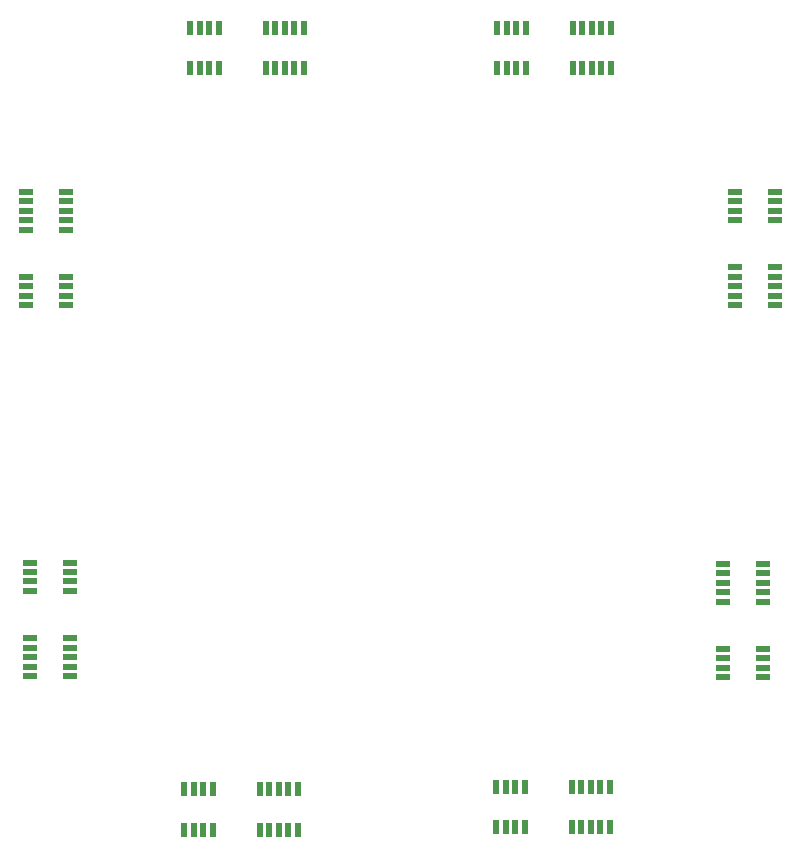
<source format=gbr>
%TF.GenerationSoftware,KiCad,Pcbnew,9.0.2*%
%TF.CreationDate,2025-05-28T10:28:05-07:00*%
%TF.ProjectId,8_Ch_Connector_CAEN_Adapter,385f4368-5f43-46f6-9e6e-6563746f725f,rev?*%
%TF.SameCoordinates,Original*%
%TF.FileFunction,Paste,Top*%
%TF.FilePolarity,Positive*%
%FSLAX46Y46*%
G04 Gerber Fmt 4.6, Leading zero omitted, Abs format (unit mm)*
G04 Created by KiCad (PCBNEW 9.0.2) date 2025-05-28 10:28:05*
%MOMM*%
%LPD*%
G01*
G04 APERTURE LIST*
%ADD10R,0.500000X1.200000*%
%ADD11R,1.200000X0.500000*%
G04 APERTURE END LIST*
D10*
%TO.C,J\u002A\u002A*%
X171100000Y-118000000D03*
X171100000Y-114600000D03*
X171900000Y-118000000D03*
X171900000Y-114600000D03*
X172700000Y-118000000D03*
X172700000Y-114600000D03*
X173500000Y-118000000D03*
X173500000Y-114600000D03*
X177500000Y-118000000D03*
X177500000Y-114600000D03*
X178300000Y-118000000D03*
X178300000Y-114600000D03*
X179100000Y-118000000D03*
X179100000Y-114600000D03*
X179900000Y-118000000D03*
X179900000Y-114600000D03*
X180700000Y-118000000D03*
X180700000Y-114600000D03*
%TD*%
%TO.C,J\u002A\u002A*%
X171200000Y-53700000D03*
X171200000Y-50300000D03*
X172000000Y-53700000D03*
X172000000Y-50300000D03*
X172800000Y-53700000D03*
X172800000Y-50300000D03*
X173600000Y-53700000D03*
X173600000Y-50300000D03*
X177600000Y-53700000D03*
X177600000Y-50300000D03*
X178400000Y-53700000D03*
X178400000Y-50300000D03*
X179200000Y-53700000D03*
X179200000Y-50300000D03*
X180000000Y-53700000D03*
X180000000Y-50300000D03*
X180800000Y-53700000D03*
X180800000Y-50300000D03*
%TD*%
D11*
%TO.C,J\u002A\u002A*%
X134700000Y-73800000D03*
X131300000Y-73800000D03*
X134700000Y-73000000D03*
X131300000Y-73000000D03*
X134700000Y-72200000D03*
X131300000Y-72200000D03*
X134700000Y-71400000D03*
X131300000Y-71400000D03*
X134700000Y-67400000D03*
X131300000Y-67400000D03*
X134700000Y-66600000D03*
X131300000Y-66600000D03*
X134700000Y-65800000D03*
X131300000Y-65800000D03*
X134700000Y-65000000D03*
X131300000Y-65000000D03*
X134700000Y-64200000D03*
X131300000Y-64200000D03*
%TD*%
D10*
%TO.C,J\u002A\u002A*%
X145200000Y-53700000D03*
X145200000Y-50300000D03*
X146000000Y-53700000D03*
X146000000Y-50300000D03*
X146800000Y-53700000D03*
X146800000Y-50300000D03*
X147600000Y-53700000D03*
X147600000Y-50300000D03*
X151600000Y-53700000D03*
X151600000Y-50300000D03*
X152400000Y-53700000D03*
X152400000Y-50300000D03*
X153200000Y-53700000D03*
X153200000Y-50300000D03*
X154000000Y-53700000D03*
X154000000Y-50300000D03*
X154800000Y-53700000D03*
X154800000Y-50300000D03*
%TD*%
%TO.C,J\u002A\u002A*%
X144700000Y-118200000D03*
X144700000Y-114800000D03*
X145500000Y-118200000D03*
X145500000Y-114800000D03*
X146300000Y-118200000D03*
X146300000Y-114800000D03*
X147100000Y-118200000D03*
X147100000Y-114800000D03*
X151100000Y-118200000D03*
X151100000Y-114800000D03*
X151900000Y-118200000D03*
X151900000Y-114800000D03*
X152700000Y-118200000D03*
X152700000Y-114800000D03*
X153500000Y-118200000D03*
X153500000Y-114800000D03*
X154300000Y-118200000D03*
X154300000Y-114800000D03*
%TD*%
D11*
%TO.C,J\u002A\u002A*%
X193700000Y-105300000D03*
X190300000Y-105300000D03*
X193700000Y-104500000D03*
X190300000Y-104500000D03*
X193700000Y-103700000D03*
X190300000Y-103700000D03*
X193700000Y-102900000D03*
X190300000Y-102900000D03*
X193700000Y-98900000D03*
X190300000Y-98900000D03*
X193700000Y-98100000D03*
X190300000Y-98100000D03*
X193700000Y-97300000D03*
X190300000Y-97300000D03*
X193700000Y-96500000D03*
X190300000Y-96500000D03*
X193700000Y-95700000D03*
X190300000Y-95700000D03*
%TD*%
%TO.C,J\u002A\u002A*%
X131600000Y-95600000D03*
X135000000Y-95600000D03*
X131600000Y-96400000D03*
X135000000Y-96400000D03*
X131600000Y-97200000D03*
X135000000Y-97200000D03*
X131600000Y-98000000D03*
X135000000Y-98000000D03*
X131600000Y-102000000D03*
X135000000Y-102000000D03*
X131600000Y-102800000D03*
X135000000Y-102800000D03*
X131600000Y-103600000D03*
X135000000Y-103600000D03*
X131600000Y-104400000D03*
X135000000Y-104400000D03*
X131600000Y-105200000D03*
X135000000Y-105200000D03*
%TD*%
%TO.C,J\u002A\u002A*%
X191300000Y-64200000D03*
X194700000Y-64200000D03*
X191300000Y-65000000D03*
X194700000Y-65000000D03*
X191300000Y-65800000D03*
X194700000Y-65800000D03*
X191300000Y-66600000D03*
X194700000Y-66600000D03*
X191300000Y-70600000D03*
X194700000Y-70600000D03*
X191300000Y-71400000D03*
X194700000Y-71400000D03*
X191300000Y-72200000D03*
X194700000Y-72200000D03*
X191300000Y-73000000D03*
X194700000Y-73000000D03*
X191300000Y-73800000D03*
X194700000Y-73800000D03*
%TD*%
M02*

</source>
